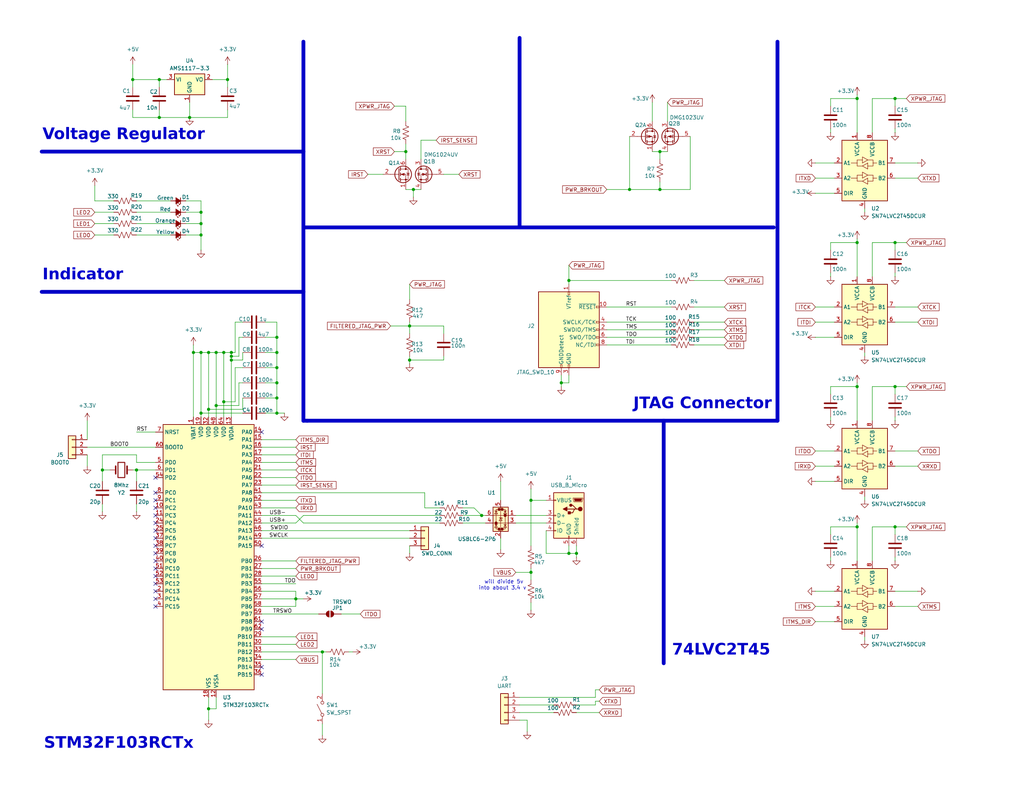
<source format=kicad_sch>
(kicad_sch (version 20231120) (generator "eeschema") (generator_version "8.0")
  (paper "User" 342.9 266.7)
  (title_block (title "Black Magic RC") (date "2025-01-19") (rev "1") (company "AHAH_TERROR") (comment 1 "finished schematic v1 at 2025-01-19"))
  (junction (at 77.47 118.11))
  (junction (at 187.96 128.27))
  (junction (at 287.02 129.54))
  (junction (at 77.47 120.65))
  (junction (at 74.93 118.11))
  (junction (at 45.72 157.48))
  (junction (at 92.71 128.27))
  (junction (at 99.06 200.66))
  (junction (at 220.98 50.8))
  (junction (at 67.31 118.11))
  (junction (at 92.71 133.35))
  (junction (at 137.16 109.22))
  (junction (at 190.5 93.98))
  (junction (at 53.34 39.37))
  (junction (at 63.5 39.37))
  (junction (at 69.85 137.16))
  (junction (at 34.29 157.48))
  (junction (at 138.43 63.5))
  (junction (at 287.02 33.02))
  (junction (at 177.8 191.77))
  (junction (at 92.71 118.11))
  (junction (at 72.39 118.11))
  (junction (at 287.02 81.28))
  (junction (at 287.02 176.53))
  (junction (at 92.71 113.03))
  (junction (at 190.5 185.42))
  (junction (at 210.82 63.5))
  (junction (at 74.93 134.62))
  (junction (at 299.72 129.54))
  (junction (at 64.77 118.11))
  (junction (at 92.71 138.43))
  (junction (at 67.31 71.12))
  (junction (at 67.31 138.43))
  (junction (at 72.39 135.89))
  (junction (at 69.85 237.49))
  (junction (at 137.16 120.65))
  (junction (at 53.34 26.67))
  (junction (at 77.47 119.38))
  (junction (at 299.72 176.53))
  (junction (at 135.89 50.8))
  (junction (at 299.72 81.28))
  (junction (at 193.04 185.42))
  (junction (at 67.31 78.74))
  (junction (at 44.45 26.67))
  (junction (at 161.29 172.72))
  (junction (at 220.98 63.5))
  (junction (at 92.71 123.19))
  (junction (at 67.31 74.93))
  (junction (at 76.2 26.67))
  (junction (at 299.72 33.02))
  (junction (at 177.8 167.64))
  (junction (at 107.95 218.44))
  (junction (at 69.85 118.11))
  (no_connect (at 52.07 167.64))
  (no_connect (at 52.07 185.42))
  (no_connect (at 52.07 190.5))
  (no_connect (at 87.63 208.28))
  (no_connect (at 52.07 187.96))
  (no_connect (at 87.63 223.52))
  (no_connect (at 52.07 180.34))
  (no_connect (at 87.63 144.78))
  (no_connect (at 87.63 226.06))
  (no_connect (at 52.07 182.88))
  (no_connect (at 52.07 198.12))
  (no_connect (at 52.07 160.02))
  (no_connect (at 52.07 195.58))
  (no_connect (at 52.07 200.66))
  (no_connect (at 52.07 203.2))
  (no_connect (at 52.07 165.1))
  (no_connect (at 87.63 210.82))
  (no_connect (at 52.07 170.18))
  (no_connect (at 87.63 182.88))
  (no_connect (at 52.07 172.72))
  (no_connect (at 52.07 175.26))
  (no_connect (at 52.07 177.8))
  (no_connect (at 52.07 193.04))
  (wire (pts (xy 99.06 160.02) (xy 87.63 160.02)))
  (wire (pts (xy 232.41 93.98) (xy 242.57 93.98)))
  (wire (pts (xy 190.5 93.98) (xy 190.5 95.25)))
  (wire (pts (xy 44.45 39.37) (xy 53.34 39.37)))
  (wire (pts (xy 67.31 138.43) (xy 67.31 139.7)))
  (wire (pts (xy 299.72 203.2) (xy 307.34 203.2)))
  (wire (pts (xy 29.21 156.21) (xy 29.21 152.4)))
  (wire (pts (xy 187.96 129.54) (xy 187.96 128.27)))
  (wire (pts (xy 99.06 220.98) (xy 87.63 220.98)))
  (wire (pts (xy 34.29 157.48) (xy 36.83 157.48)))
  (wire (pts (xy 101.6 175.26) (xy 99.06 172.72)))
  (wire (pts (xy 76.2 29.21) (xy 76.2 26.67)))
  (wire (pts (xy 177.8 191.77) (xy 172.72 191.77)))
  (wire (pts (xy 278.13 187.96) (xy 278.13 186.69)))
  (wire (pts (xy 99.06 162.56) (xy 87.63 162.56)))
  (wire (pts (xy 278.13 81.28) (xy 278.13 83.82)))
  (wire (pts (xy 292.1 33.02) (xy 292.1 44.45)))
  (wire (pts (xy 77.47 119.38) (xy 77.47 120.65)))
  (wire (pts (xy 99.06 213.36) (xy 87.63 213.36)))
  (wire (pts (xy 87.63 203.2) (xy 99.06 203.2)))
  (wire (pts (xy 138.43 63.5) (xy 140.97 63.5)))
  (wire (pts (xy 45.72 152.4) (xy 45.72 154.94)))
  (wire (pts (xy 44.45 157.48) (xy 45.72 157.48)))
  (wire (pts (xy 77.47 120.65) (xy 81.28 120.65)))
  (wire (pts (xy 88.9 123.19) (xy 92.71 123.19)))
  (wire (pts (xy 45.72 71.12) (xy 57.15 71.12)))
  (wire (pts (xy 273.05 151.13) (xy 279.4 151.13)))
  (wire (pts (xy 278.13 140.97) (xy 278.13 139.7)))
  (wire (pts (xy 278.13 129.54) (xy 278.13 132.08)))
  (wire (pts (xy 232.41 113.03) (xy 242.57 113.03)))
  (wire (pts (xy 92.71 128.27) (xy 92.71 133.35)))
  (wire (pts (xy 185.42 236.22) (xy 173.99 236.22)))
  (wire (pts (xy 99.06 193.04) (xy 87.63 193.04)))
  (wire (pts (xy 223.52 34.29) (xy 223.52 40.64)))
  (wire (pts (xy 76.2 26.67) (xy 76.2 21.59)))
  (wire (pts (xy 29.21 149.86) (xy 52.07 149.86)))
  (wire (pts (xy 289.56 69.85) (xy 289.56 71.12)))
  (wire (pts (xy 299.72 129.54) (xy 303.53 129.54)))
  (wire (pts (xy 287.02 31.75) (xy 287.02 33.02)))
  (wire (pts (xy 99.06 152.4) (xy 87.63 152.4)))
  (wire (pts (xy 45.72 154.94) (xy 52.07 154.94)))
  (wire (pts (xy 193.04 182.88) (xy 193.04 185.42)))
  (wire (pts (xy 88.9 138.43) (xy 92.71 138.43)))
  (wire (pts (xy 273.05 102.87) (xy 279.4 102.87)))
  (wire (pts (xy 31.75 71.12) (xy 38.1 71.12)))
  (wire (pts (xy 218.44 34.29) (xy 218.44 40.64)))
  (wire (pts (xy 232.41 110.49) (xy 242.57 110.49)))
  (wire (pts (xy 142.24 170.18) (xy 147.32 170.18)))
  (wire (pts (xy 154.94 172.72) (xy 161.29 172.72)))
  (wire (pts (xy 106.68 205.74) (xy 87.63 205.74)))
  (wire (pts (xy 78.74 118.11) (xy 78.74 107.95)))
  (wire (pts (xy 203.2 115.57) (xy 224.79 115.57)))
  (wire (pts (xy 199.39 236.22) (xy 193.04 236.22)))
  (wire (pts (xy 200.66 231.14) (xy 199.39 231.14)))
  (wire (pts (xy 193.04 238.76) (xy 200.66 238.76)))
  (wire (pts (xy 273.05 54.61) (xy 279.4 54.61)))
  (wire (pts (xy 80.01 113.03) (xy 81.28 113.03)))
  (wire (pts (xy 69.85 137.16) (xy 69.85 139.7)))
  (wire (pts (xy 273.05 208.28) (xy 279.4 208.28)))
  (wire (pts (xy 232.41 107.95) (xy 242.57 107.95)))
  (wire (pts (xy 87.63 200.66) (xy 99.06 200.66)))
  (wire (pts (xy 137.16 120.65) (xy 148.59 120.65)))
  (wire (pts (xy 34.29 161.29) (xy 34.29 157.48)))
  (wire (pts (xy 287.02 175.26) (xy 287.02 176.53)))
  (wire (pts (xy 62.23 67.31) (xy 67.31 67.31)))
  (wire (pts (xy 87.63 198.12) (xy 99.06 198.12)))
  (polyline (pts (xy 101.6 140.97) (xy 102.87 140.97)) (stroke (width 1.27)))
  (wire (pts (xy 67.31 67.31) (xy 67.31 71.12)))
  (polyline (pts (xy 13.97 97.79) (xy 101.6 97.79)) (stroke (width 1.27)))
  (wire (pts (xy 154.94 170.18) (xy 158.75 170.18)))
  (wire (pts (xy 138.43 66.04) (xy 138.43 63.5)))
  (wire (pts (xy 292.1 176.53) (xy 292.1 187.96)))
  (wire (pts (xy 77.47 119.38) (xy 80.01 119.38)))
  (wire (pts (xy 137.16 107.95) (xy 137.16 109.22)))
  (wire (pts (xy 287.02 129.54) (xy 287.02 140.97)))
  (wire (pts (xy 77.47 118.11) (xy 78.74 118.11)))
  (wire (pts (xy 88.9 113.03) (xy 92.71 113.03)))
  (wire (pts (xy 74.93 118.11) (xy 77.47 118.11)))
  (wire (pts (xy 87.63 175.26) (xy 99.06 175.26)))
  (wire (pts (xy 95.25 138.43) (xy 92.71 138.43)))
  (wire (pts (xy 242.57 115.57) (xy 232.41 115.57)))
  (wire (pts (xy 99.06 147.32) (xy 87.63 147.32)))
  (wire (pts (xy 69.85 237.49) (xy 72.39 237.49)))
  (wire (pts (xy 273.05 203.2) (xy 279.4 203.2)))
  (wire (pts (xy 64.77 115.57) (xy 64.77 118.11)))
  (wire (pts (xy 190.5 125.73) (xy 190.5 128.27)))
  (wire (pts (xy 287.02 80.01) (xy 287.02 81.28)))
  (wire (pts (xy 114.3 205.74) (xy 120.65 205.74)))
  (wire (pts (xy 99.06 190.5) (xy 87.63 190.5)))
  (wire (pts (xy 132.08 35.56) (xy 135.89 35.56)))
  (wire (pts (xy 190.5 93.98) (xy 224.79 93.98)))
  (wire (pts (xy 176.53 245.11) (xy 176.53 241.3)))
  (wire (pts (xy 273.05 59.69) (xy 279.4 59.69)))
  (wire (pts (xy 299.72 33.02) (xy 303.53 33.02)))
  (wire (pts (xy 99.06 149.86) (xy 87.63 149.86)))
  (wire (pts (xy 278.13 176.53) (xy 287.02 176.53)))
  (wire (pts (xy 29.21 140.97) (xy 29.21 147.32)))
  (wire (pts (xy 34.29 152.4) (xy 45.72 152.4)))
  (wire (pts (xy 63.5 34.29) (xy 63.5 39.37)))
  (wire (pts (xy 187.96 128.27) (xy 190.5 128.27)))
  (wire (pts (xy 87.63 195.58) (xy 99.06 195.58)))
  (wire (pts (xy 88.9 128.27) (xy 92.71 128.27)))
  (wire (pts (xy 92.71 107.95) (xy 92.71 113.03)))
  (wire (pts (xy 64.77 118.11) (xy 67.31 118.11)))
  (wire (pts (xy 167.64 161.29) (xy 167.64 167.64)))
  (wire (pts (xy 299.72 81.28) (xy 299.72 83.82)))
  (wire (pts (xy 299.72 176.53) (xy 303.53 176.53)))
  (wire (pts (xy 87.63 172.72) (xy 99.06 172.72)))
  (wire (pts (xy 45.72 144.78) (xy 52.07 144.78)))
  (wire (pts (xy 99.06 157.48) (xy 87.63 157.48)))
  (wire (pts (xy 292.1 129.54) (xy 299.72 129.54)))
  (wire (pts (xy 88.9 118.11) (xy 92.71 118.11)))
  (wire (pts (xy 31.75 67.31) (xy 38.1 67.31)))
  (wire (pts (xy 299.72 54.61) (xy 307.34 54.61)))
  (wire (pts (xy 292.1 176.53) (xy 299.72 176.53)))
  (wire (pts (xy 299.72 186.69) (xy 299.72 187.96)))
  (wire (pts (xy 78.74 123.19) (xy 81.28 123.19)))
  (wire (pts (xy 289.56 213.36) (xy 289.56 214.63)))
  (wire (pts (xy 299.72 107.95) (xy 307.34 107.95)))
  (wire (pts (xy 72.39 118.11) (xy 74.93 118.11)))
  (wire (pts (xy 45.72 161.29) (xy 45.72 157.48)))
  (wire (pts (xy 99.06 215.9) (xy 87.63 215.9)))
  (wire (pts (xy 87.63 177.8) (xy 137.16 177.8)))
  (wire (pts (xy 158.75 170.18) (xy 161.29 172.72)))
  (wire (pts (xy 45.72 171.45) (xy 45.72 168.91)))
  (wire (pts (xy 92.71 123.19) (xy 92.71 128.27)))
  (wire (pts (xy 273.05 107.95) (xy 279.4 107.95)))
  (wire (pts (xy 53.34 39.37) (xy 63.5 39.37)))
  (wire (pts (xy 92.71 113.03) (xy 92.71 118.11)))
  (wire (pts (xy 182.88 167.64) (xy 177.8 167.64)))
  (wire (pts (xy 177.8 163.83) (xy 177.8 167.64)))
  (wire (pts (xy 31.75 78.74) (xy 38.1 78.74)))
  (wire (pts (xy 62.23 71.12) (xy 67.31 71.12)))
  (wire (pts (xy 220.98 50.8) (xy 223.52 50.8)))
  (wire (pts (xy 299.72 59.69) (xy 307.34 59.69)))
  (wire (pts (xy 80.01 135.89) (xy 80.01 128.27)))
  (wire (pts (xy 273.05 198.12) (xy 279.4 198.12)))
  (wire (pts (xy 44.45 36.83) (xy 44.45 39.37)))
  (wire (pts (xy 101.6 200.66) (xy 99.06 200.66)))
  (wire (pts (xy 199.39 234.95) (xy 200.66 234.95)))
  (wire (pts (xy 31.75 62.23) (xy 31.75 67.31)))
  (wire (pts (xy 135.89 50.8) (xy 135.89 53.34)))
  (wire (pts (xy 74.93 134.62) (xy 78.74 134.62)))
  (wire (pts (xy 220.98 60.96) (xy 220.98 63.5)))
  (wire (pts (xy 123.19 58.42) (xy 128.27 58.42)))
  (wire (pts (xy 147.32 175.26) (xy 101.6 175.26)))
  (wire (pts (xy 62.23 74.93) (xy 67.31 74.93)))
  (wire (pts (xy 99.06 167.64) (xy 87.63 167.64)))
  (wire (pts (xy 231.14 45.72) (xy 231.14 63.5)))
  (wire (pts (xy 220.98 53.34) (xy 220.98 50.8)))
  (wire (pts (xy 87.63 218.44) (xy 107.95 218.44)))
  (wire (pts (xy 242.57 102.87) (xy 232.41 102.87)))
  (wire (pts (xy 53.34 26.67) (xy 53.34 29.21)))
  (wire (pts (xy 142.24 165.1) (xy 142.24 170.18)))
  (polyline (pts (xy 13.97 50.8) (xy 101.6 50.8)) (stroke (width 1.27)))
  (wire (pts (xy 44.45 26.67) (xy 53.34 26.67)))
  (wire (pts (xy 287.02 81.28) (xy 287.02 92.71)))
  (wire (pts (xy 289.56 166.37) (xy 289.56 167.64)))
  (wire (pts (xy 193.04 185.42) (xy 190.5 185.42)))
  (wire (pts (xy 299.72 43.18) (xy 299.72 44.45)))
  (wire (pts (xy 88.9 133.35) (xy 92.71 133.35)))
  (wire (pts (xy 72.39 135.89) (xy 80.01 135.89)))
  (wire (pts (xy 278.13 129.54) (xy 287.02 129.54)))
  (wire (pts (xy 292.1 81.28) (xy 292.1 92.71)))
  (wire (pts (xy 220.98 63.5) (xy 231.14 63.5)))
  (polyline (pts (xy 260.35 13.97) (xy 260.35 140.97)) (stroke (width 1.27)))
  (wire (pts (xy 278.13 33.02) (xy 278.13 35.56)))
  (wire (pts (xy 67.31 74.93) (xy 67.31 78.74)))
  (wire (pts (xy 77.47 120.65) (xy 77.47 139.7)))
  (wire (pts (xy 199.39 233.68) (xy 173.99 233.68)))
  (wire (pts (xy 74.93 118.11) (xy 74.93 134.62)))
  (wire (pts (xy 299.72 129.54) (xy 299.72 132.08)))
  (wire (pts (xy 299.72 102.87) (xy 307.34 102.87)))
  (wire (pts (xy 132.08 50.8) (xy 135.89 50.8)))
  (wire (pts (xy 210.82 63.5) (xy 220.98 63.5)))
  (wire (pts (xy 71.12 26.67) (xy 76.2 26.67)))
  (wire (pts (xy 299.72 156.21) (xy 307.34 156.21)))
  (wire (pts (xy 78.74 134.62) (xy 78.74 123.19)))
  (wire (pts (xy 87.63 170.18) (xy 99.06 170.18)))
  (polyline (pts (xy 102.87 140.97) (xy 222.25 140.97)) (stroke (width 1.27)))
  (polyline (pts (xy 222.25 140.97) (xy 260.35 140.97)) (stroke (width 1.27)))
  (polyline (pts (xy 222.25 140.97) (xy 222.25 222.25)) (stroke (width 1.27)))
  (wire (pts (xy 67.31 71.12) (xy 67.31 74.93)))
  (wire (pts (xy 45.72 74.93) (xy 57.15 74.93)))
  (wire (pts (xy 45.72 67.31) (xy 57.15 67.31)))
  (wire (pts (xy 299.72 81.28) (xy 303.53 81.28)))
  (wire (pts (xy 182.88 177.8) (xy 182.88 185.42)))
  (wire (pts (xy 67.31 118.11) (xy 67.31 138.43)))
  (wire (pts (xy 148.59 109.22) (xy 148.59 111.76)))
  (wire (pts (xy 69.85 237.49) (xy 69.85 241.3)))
  (wire (pts (xy 135.89 63.5) (xy 138.43 63.5)))
  (wire (pts (xy 107.95 242.57) (xy 107.95 246.38)))
  (wire (pts (xy 137.16 109.22) (xy 148.59 109.22)))
  (wire (pts (xy 203.2 113.03) (xy 224.79 113.03)))
  (wire (pts (xy 203.2 107.95) (xy 224.79 107.95)))
  (wire (pts (xy 278.13 81.28) (xy 287.02 81.28)))
  (wire (pts (xy 92.71 133.35) (xy 92.71 138.43)))
  (wire (pts (xy 101.6 172.72) (xy 147.32 172.72)))
  (wire (pts (xy 62.23 78.74) (xy 67.31 78.74)))
  (wire (pts (xy 72.39 135.89) (xy 72.39 139.7)))
  (wire (pts (xy 278.13 44.45) (xy 278.13 43.18)))
  (wire (pts (xy 137.16 120.65) (xy 137.16 121.92)))
  (wire (pts (xy 67.31 118.11) (xy 69.85 118.11)))
  (wire (pts (xy 273.05 64.77) (xy 279.4 64.77)))
  (wire (pts (xy 299.72 91.44) (xy 299.72 92.71)))
  (wire (pts (xy 74.93 134.62) (xy 74.93 139.7)))
  (wire (pts (xy 278.13 33.02) (xy 287.02 33.02)))
  (wire (pts (xy 53.34 36.83) (xy 53.34 39.37)))
  (wire (pts (xy 203.2 110.49) (xy 224.79 110.49)))
  (wire (pts (xy 273.05 161.29) (xy 279.4 161.29)))
  (wire (pts (xy 34.29 171.45) (xy 34.29 168.91)))
  (wire (pts (xy 199.39 231.14) (xy 199.39 233.68)))
  (wire (pts (xy 67.31 138.43) (xy 81.28 138.43)))
  (wire (pts (xy 69.85 118.11) (xy 69.85 137.16)))
  (wire (pts (xy 161.29 172.72) (xy 162.56 172.72)))
  (wire (pts (xy 287.02 33.02) (xy 287.02 44.45)))
  (wire (pts (xy 69.85 233.68) (xy 69.85 237.49)))
  (wire (pts (xy 177.8 191.77) (xy 177.8 194.31)))
  (wire (pts (xy 278.13 92.71) (xy 278.13 91.44)))
  (wire (pts (xy 292.1 33.02) (xy 299.72 33.02)))
  (wire (pts (xy 187.96 128.27) (xy 187.96 125.73)))
  (wire (pts (xy 177.8 190.5) (xy 177.8 191.77)))
  (wire (pts (xy 107.95 218.44) (xy 107.95 232.41)))
  (wire (pts (xy 140.97 46.99) (xy 146.05 46.99)))
  (wire (pts (xy 116.84 218.44) (xy 118.11 218.44)))
  (wire (pts (xy 137.16 95.25) (xy 137.16 100.33)))
  (wire (pts (xy 140.97 46.99) (xy 140.97 53.34)))
  (wire (pts (xy 299.72 33.02) (xy 299.72 35.56)))
  (wire (pts (xy 81.28 137.16) (xy 81.28 133.35)))
  (wire (pts (xy 76.2 39.37) (xy 76.2 36.83)))
  (wire (pts (xy 34.29 152.4) (xy 34.29 157.48)))
  (wire (pts (xy 210.82 45.72) (xy 210.82 63.5)))
  (wire (pts (xy 137.16 185.42) (xy 137.16 182.88)))
  (wire (pts (xy 167.64 184.15) (xy 167.64 180.34)))
  (wire (pts (xy 80.01 128.27) (xy 81.28 128.27)))
  (wire (pts (xy 218.44 50.8) (xy 220.98 50.8)))
  (wire (pts (xy 193.04 185.42) (xy 193.04 186.69)))
  (wire (pts (xy 99.06 200.66) (xy 99.06 203.2)))
  (wire (pts (xy 299.72 176.53) (xy 299.72 179.07)))
  (wire (pts (xy 101.6 172.72) (xy 99.06 175.26)))
  (wire (pts (xy 99.06 154.94) (xy 87.63 154.94)))
  (wire (pts (xy 109.22 218.44) (xy 107.95 218.44)))
  (polyline (pts (xy 101.6 76.2) (xy 259.08 76.2)) (stroke (width 1.27)))
  (wire (pts (xy 78.74 107.95) (xy 81.28 107.95)))
  (wire (pts (xy 299.72 151.13) (xy 307.34 151.13)))
  (wire (pts (xy 45.72 157.48) (xy 52.07 157.48)))
  (wire (pts (xy 203.2 63.5) (xy 210.82 63.5)))
  (wire (pts (xy 287.02 176.53) (xy 287.02 187.96)))
  (wire (pts (xy 45.72 78.74) (xy 57.15 78.74)))
  (wire (pts (xy 190.5 182.88) (xy 190.5 185.42)))
  (wire (pts (xy 273.05 156.21) (xy 279.4 156.21)))
  (wire (pts (xy 287.02 128.27) (xy 287.02 129.54)))
  (wire (pts (xy 299.72 139.7) (xy 299.72 140.97)))
  (wire (pts (xy 182.88 175.26) (xy 172.72 175.26)))
  (wire (pts (xy 88.9 107.95) (xy 92.71 107.95)))
  (wire (pts (xy 299.72 198.12) (xy 307.34 198.12)))
  (wire (pts (xy 87.63 165.1) (xy 142.24 165.1)))
  (wire (pts (xy 292.1 81.28) (xy 299.72 81.28)))
  (wire (pts (xy 64.77 118.11) (xy 64.77 139.7)))
  (wire (pts (xy 92.71 118.11) (xy 92.71 123.19)))
  (wire (pts (xy 130.81 109.22) (xy 137.16 109.22)))
  (wire (pts (xy 80.01 119.38) (xy 80.01 113.03)))
  (wire (pts (xy 31.75 74.93) (xy 38.1 74.93)))
  (wire (pts (xy 273.05 113.03) (xy 279.4 113.03)))
  (wire (pts (xy 99.06 187.96) (xy 87.63 187.96)))
  (wire (pts (xy 137.16 119.38) (xy 137.16 120.65)))
  (wire (pts (xy 190.5 88.9) (xy 190.5 93.98)))
  (wire (pts (xy 44.45 21.59) (xy 44.45 26.67)))
  (wire (pts (xy 177.8 201.93) (xy 177.8 204.47)))
  (wire (pts (xy 177.8 167.64) (xy 177.8 182.88)))
  (wire (pts (xy 135.89 48.26) (xy 135.89 50.8)))
  (wire (pts (xy 44.45 29.21) (xy 44.45 26.67)))
  (wire (pts (xy 148.59 119.38) (xy 148.59 120.65)))
  (wire (pts (xy 278.13 176.53) (xy 278.13 179.07)))
  (wire (pts (xy 135.89 35.56) (xy 135.89 40.64)))
  (wire (pts (xy 72.39 233.68) (xy 72.39 237.49)))
  (wire (pts (xy 199.39 234.95) (xy 199.39 236.22)))
  (wire (pts (xy 292.1 129.54) (xy 292.1 140.97)))
  (wire (pts (xy 190.5 185.42) (xy 182.88 185.42)))
  (wire (pts (xy 63.5 39.37) (xy 76.2 39.37)))
  (wire (pts (xy 99.06 198.12) (xy 99.06 200.66)))
  (wire (pts (xy 154.94 175.26) (xy 162.56 175.26)))
  (wire (pts (xy 72.39 118.11) (xy 72.39 135.89)))
  (wire (pts (xy 289.56 118.11) (xy 289.56 119.38)))
  (wire (pts (xy 203.2 102.87) (xy 224.79 102.87)))
  (wire (pts (xy 77.47 118.11) (xy 77.47 119.38)))
  (wire (pts (xy 148.59 58.42) (xy 153.67 58.42)))
  (polyline (pts (xy 101.6 13.97) (xy 101.6 140.97)) (stroke (width 1.27)))
  (wire (pts (xy 67.31 78.74) (xy 67.31 83.82)))
  (wire (pts (xy 182.88 172.72) (xy 172.72 172.72)))
  (wire (pts (xy 81.28 120.65) (xy 81.28 118.11)))
  (wire (pts (xy 176.53 241.3) (xy 173.99 241.3)))
  (wire (pts (xy 69.85 118.11) (xy 72.39 118.11)))
  (wire (pts (xy 185.42 238.76) (xy 173.99 238.76)))
  (wire (pts (xy 69.85 137.16) (xy 81.28 137.16)))
  (wire (pts (xy 87.63 180.34) (xy 137.16 180.34)))
  (polyline (pts (xy 173.99 12.7) (xy 173.99 76.2)) (stroke (width 1.27)))
  (wire (pts (xy 137.16 109.22) (xy 137.16 111.76)))
  (wire (pts (xy 53.34 26.67) (xy 55.88 26.67)))
  (text "74LVC2T45" (at 225.044 218.948 0) (effects (font (size 3.81 3.81) (thickness 0.254) (bold yes)) (justify left)))
  (text "JTAG Connector" (at 212.09 136.398 0) (effects (font (size 3.81 3.81) (thickness 0.254) (bold yes)) (justify left)))
  (text "Voltage Regulator" (at 14.224 46.228 0) (effects (font (size 3.81 3.81) (thickness 0.254) (bold yes)) (justify left)))
  (text "Indicator" (at 14.224 93.218 0) (effects (font (size 3.81 3.81) (thickness 0.254) (bold yes)) (justify left)))
  (text "STM32F103RCTx" (at 14.732 250.19 0) (effects (font (size 3.81 3.81) (thickness 0.254) (bold yes)) (justify left)))
  (text "will divide 5v \ninto about 3.4 v" (at 176.276 196.088 0) (effects (font (size 1.27 1.27)) (justify right)))
  (label "RST" (at 45.72 144.78 0))
  (label "USB-" (at 90.17 172.72 0))
  (label "RST" (at 209.55 102.87 0))
  (label "USB+" (at 90.17 175.26 0))
  (label "TDO" (at 99.06 195.58 180))
  (label "SWCLK" (at 96.52 180.34 180))
  (label "TRSWO" (at 97.79 205.74 180))
  (label "TMS" (at 209.55 110.49 0))
  (label "TDO" (at 209.55 113.03 0))
  (label "SWDIO" (at 96.52 177.8 180))
  (label "TCK" (at 209.55 107.95 0))
  (label "TDI" (at 209.55 115.57 0))
  (label "BOOT0" (at 36.83 149.86 0))
  (global_label "IRST_SENSE" (shape input) (at 146.05 46.99 0) (property "Intersheetrefs" "${INTERSHEET_REFS}" (effects (hide yes))))
  (global_label "XRST" (shape input) (at 153.67 58.42 0) (property "Intersheetrefs" "${INTERSHEET_REFS}" (effects (hide yes))))
  (global_label "ITMS" (shape input) (at 273.05 203.2 180) (property "Intersheetrefs" "${INTERSHEET_REFS}" (effects (hide yes))))
  (global_label "XPWR_JTAG" (shape input) (at 303.53 33.02 0) (property "Intersheetrefs" "${INTERSHEET_REFS}" (effects (hide yes))))
  (global_label "ITDI" (shape input) (at 273.05 107.95 180) (property "Intersheetrefs" "${INTERSHEET_REFS}" (effects (hide yes))))
  (global_label "PWR_JTAG" (shape input) (at 190.5 88.9 0) (property "Intersheetrefs" "${INTERSHEET_REFS}" (effects (hide yes))))
  (global_label "LED2" (shape input) (at 99.06 215.9 0) (property "Intersheetrefs" "${INTERSHEET_REFS}" (effects (hide yes))))
  (global_label "XTCK" (shape input) (at 307.34 102.87 0) (property "Intersheetrefs" "${INTERSHEET_REFS}" (effects (hide yes))))
  (global_label "IRST" (shape input) (at 99.06 149.86 0) (property "Intersheetrefs" "${INTERSHEET_REFS}" (effects (hide yes))))
  (global_label "ITDO" (shape input) (at 120.65 205.74 0) (property "Intersheetrefs" "${INTERSHEET_REFS}" (effects (hide yes))))
  (global_label "IRST" (shape input) (at 123.19 58.42 180) (property "Intersheetrefs" "${INTERSHEET_REFS}" (effects (hide yes))))
  (global_label "ITCK" (shape input) (at 99.06 157.48 0) (property "Intersheetrefs" "${INTERSHEET_REFS}" (effects (hide yes))))
  (global_label "LED0" (shape input) (at 99.06 193.04 0) (property "Intersheetrefs" "${INTERSHEET_REFS}" (effects (hide yes))))
  (global_label "ITDI" (shape input) (at 99.06 152.4 0) (property "Intersheetrefs" "${INTERSHEET_REFS}" (effects (hide yes))))
  (global_label "XRXD" (shape input) (at 200.66 238.76 0) (property "Intersheetrefs" "${INTERSHEET_REFS}" (effects (hide yes))))
  (global_label "ITXD" (shape input) (at 273.05 59.69 180) (property "Intersheetrefs" "${INTERSHEET_REFS}" (effects (hide yes))))
  (global_label "VBUS" (shape input) (at 99.06 220.98 0) (property "Intersheetrefs" "${INTERSHEET_REFS}" (effects (hide yes))))
  (global_label "XPWR_JTAG" (shape input) (at 303.53 129.54 0) (property "Intersheetrefs" "${INTERSHEET_REFS}" (effects (hide yes))))
  (global_label "XPWR_JTAG" (shape input) (at 242.57 93.98 0) (property "Intersheetrefs" "${INTERSHEET_REFS}" (effects (hide yes))))
  (global_label "XTDI" (shape input) (at 307.34 107.95 0) (property "Intersheetrefs" "${INTERSHEET_REFS}" (effects (hide yes))))
  (global_label "ITDO" (shape input) (at 273.05 151.13 180) (property "Intersheetrefs" "${INTERSHEET_REFS}" (effects (hide yes))))
  (global_label "PWR_BRKOUT" (shape input) (at 99.06 190.5 0) (property "Intersheetrefs" "${INTERSHEET_REFS}" (effects (hide yes))))
  (global_label "ITMS_DIR" (shape input) (at 273.05 208.28 180) (property "Intersheetrefs" "${INTERSHEET_REFS}" (effects (hide yes))))
  (global_label "XTDO" (shape input) (at 307.34 151.13 0) (property "Intersheetrefs" "${INTERSHEET_REFS}" (effects (hide yes))))
  (global_label "FILTERED_JTAG_PWR" (shape input) (at 99.06 187.96 0) (property "Intersheetrefs" "${INTERSHEET_REFS}" (effects (hide yes))))
  (global_label "LED1" (shape input) (at 31.75 74.93 180) (property "Intersheetrefs" "${INTERSHEET_REFS}" (effects (hide yes))))
  (global_label "PWR_BRKOUT" (shape input) (at 203.2 63.5 180) (property "Intersheetrefs" "${INTERSHEET_REFS}" (effects (hide yes))))
  (global_label "PWR_JTAG" (shape input) (at 137.16 95.25 0) (property "Intersheetrefs" "${INTERSHEET_REFS}" (effects (hide yes))))
  (global_label "XRST" (shape input) (at 242.57 102.87 0) (property "Intersheetrefs" "${INTERSHEET_REFS}" (effects (hide yes))))
  (global_label "ITDO" (shape input) (at 99.06 160.02 0) (property "Intersheetrefs" "${INTERSHEET_REFS}" (effects (hide yes))))
  (global_label "IRST_SENSE" (shape input) (at 99.06 162.56 0) (property "Intersheetrefs" "${INTERSHEET_REFS}" (effects (hide yes))))
  (global_label "LED1" (shape input) (at 99.06 213.36 0) (property "Intersheetrefs" "${INTERSHEET_REFS}" (effects (hide yes))))
  (global_label "ITXD" (shape input) (at 99.06 167.64 0) (property "Intersheetrefs" "${INTERSHEET_REFS}" (effects (hide yes))))
  (global_label "XPWR_JTAG" (shape input) (at 132.08 35.56 180) (property "Intersheetrefs" "${INTERSHEET_REFS}" (effects (hide yes))))
  (global_label "IRXD" (shape input) (at 273.05 156.21 180) (property "Intersheetrefs" "${INTERSHEET_REFS}" (effects (hide yes))))
  (global_label "XPWR_JTAG" (shape input) (at 303.53 81.28 0) (property "Intersheetrefs" "${INTERSHEET_REFS}" (effects (hide yes))))
  (global_label "XTXD" (shape input) (at 307.34 59.69 0) (property "Intersheetrefs" "${INTERSHEET_REFS}" (effects (hide yes))))
  (global_label "XRXD" (shape input) (at 307.34 156.21 0) (property "Intersheetrefs" "${INTERSHEET_REFS}" (effects (hide yes))))
  (global_label "LED2" (shape input) (at 31.75 71.12 180) (property "Intersheetrefs" "${INTERSHEET_REFS}" (effects (hide yes))))
  (global_label "XTXD" (shape input) (at 200.66 234.95 0) (property "Intersheetrefs" "${INTERSHEET_REFS}" (effects (hide yes))))
  (global_label "XPWR_JTAG" (shape input) (at 303.53 176.53 0) (property "Intersheetrefs" "${INTERSHEET_REFS}" (effects (hide yes))))
  (global_label "IRXD" (shape input) (at 99.06 170.18 0) (property "Intersheetrefs" "${INTERSHEET_REFS}" (effects (hide yes))))
  (global_label "FILTERED_JTAG_PWR" (shape input) (at 130.81 109.22 180) (property "Intersheetrefs" "${INTERSHEET_REFS}" (effects (hide yes))))
  (global_label "ITMS" (shape input) (at 99.06 154.94 0) (property "Intersheetrefs" "${INTERSHEET_REFS}" (effects (hide yes))))
  (global_label "XTMS" (shape input) (at 242.57 110.49 0) (property "Intersheetrefs" "${INTERSHEET_REFS}" (effects (hide yes))))
  (global_label "XTMS" (shape input) (at 307.34 203.2 0) (property "Intersheetrefs" "${INTERSHEET_REFS}" (effects (hide yes))))
  (global_label "XRST" (shape input) (at 132.08 50.8 180) (property "Intersheetrefs" "${INTERSHEET_REFS}" (effects (hide yes))))
  (global_label "XTDO" (shape input) (at 242.57 113.03 0) (property "Intersheetrefs" "${INTERSHEET_REFS}" (effects (hide yes))))
  (global_label "PWR_JTAG" (shape input) (at 200.66 231.14 0) (property "Intersheetrefs" "${INTERSHEET_REFS}" (effects (hide yes))))
  (global_label "ITMS_DIR" (shape input) (at 99.06 147.32 0) (property "Intersheetrefs" "${INTERSHEET_REFS}" (effects (hide yes))))
  (global_label "XTDI" (shape input) (at 242.57 115.57 0) (property "Intersheetrefs" "${INTERSHEET_REFS}" (effects (hide yes))))
  (global_label "VBUS" (shape input) (at 172.72 191.77 180) (property "Intersheetrefs" "${INTERSHEET_REFS}" (effects (hide yes))))
  (global_label "XTCK" (shape input) (at 242.57 107.95 0) (property "Intersheetrefs" "${INTERSHEET_REFS}" (effects (hide yes))))
  (global_label "LED0" (shape input) (at 31.75 78.74 180) (property "Intersheetrefs" "${INTERSHEET_REFS}" (effects (hide yes))))
  (global_label "PWR_JTAG" (shape input) (at 223.52 34.29 0) (property "Intersheetrefs" "${INTERSHEET_REFS}" (effects (hide yes))))
  (global_label "ITCK" (shape input) (at 273.05 102.87 180) (property "Intersheetrefs" "${INTERSHEET_REFS}" (effects (hide yes))))
  (symbol (lib_id "Device:C") (at 85.09 138.43 90) (mirror x) (unit 1)
    (property "Reference" "C4" (at 83.82 137.414 90) (effects (justify left)))
    (property "Value" "100n" (at 91.44 137.414 90) (effects (justify left)))
    (property "Footprint" "Capacitor_SMD:C_0603_1608Metric_Pad1.08x0.95mm_HandSolder" (effects (hide yes)))
    (property "Description" "Unpolarized capacitor" (effects (hide yes)))
  )
  (symbol (lib_id "Device:Crystal") (at 40.64 157.48 0) (mirror x) (unit 1)
    (property "Reference" "Y2" (at 40.64 165.1 0))
    (property "Value" "8Mhz" (at 40.64 162.56 0))
    (property "Footprint" "Crystal:Crystal_HC18-U_Vertical" (effects (hide yes)))
    (property "Description" "Two pin crystal" (effects (hide yes)))
  )
  (symbol (lib_id "Logic_LevelTranslator:SN74LVC2T45DCUR") (at 289.56 153.67 0) (unit 1)
    (property "Reference" "U6" (at 291.7541 166.37 0) (effects (justify left)))
    (property "Value" "SN74LVC2T45DCUR" (at 291.7541 168.91 0) (effects (justify left)))
    (property "Footprint" "Package_SO:VSSOP-8_2.4x2.1mm_P0.5mm" (effects (hide yes)))
    (property "Datasheet" "http://www.ti.com/lit/ds/symlink/sn74lvc2t45.pdf" (effects (hide yes)))
    (property "Description" "Dual-Bit Dual-Supply Bus Transceiver With Configurable Voltage Translation and 3-State Outputs, VSSOP-8" (effects (hide yes)))
  )
  (symbol (lib_id "power:GND") (at 138.43 66.04 0) (unit 1)
    (property "Reference" "#PWR033" (effects (hide yes)))
    (property "Value" "GND" (effects (hide yes)))
    (property "Description" "Power symbol creates a global label with name \"GND\" , ground" (effects (hide yes)))
  )
  (symbol (lib_id "power:GND") (at 289.56 119.38 0) (unit 1)
    (property "Reference" "#PWR023" (effects (hide yes)))
    (property "Value" "GND" (effects (hide yes)))
    (property "Description" "Power symbol creates a global label with name \"GND\" , ground" (effects (hide yes)))
  )
  (symbol (lib_id "Device:R_US") (at 189.23 236.22 270) (mirror x) (unit 1)
    (property "Reference" "R1" (at 193.04 234.442 90))
    (property "Value" "100" (at 185.166 234.696 90))
    (property "Footprint" "Resistor_SMD:R_0805_2012Metric_Pad1.20x1.40mm_HandSolder" (effects (hide yes)))
    (property "Description" "Resistor, US symbol" (effects (hide yes)))
  )
  (symbol (lib_id "Connector_Generic:Conn_01x03") (at 24.13 149.86 0) (mirror y) (unit 1)
    (property "Reference" "J5" (at 20.066 152.4 0))
    (property "Value" "BOOT0" (at 20.066 154.94 0))
    (property "Footprint" "Connector_PinHeader_2.54mm:PinHeader_1x03_P2.54mm_Vertical" (effects (hide yes)))
    (property "Description" "Generic connector, single row, 01x03, script generated (kicad-library-utils/schlib/autogen/connector/)" (effects (hide yes)))
  )
  (symbol (lib_id "power:GND") (at 95.25 138.43 0) (unit 1)
    (property "Reference" "#PWR013" (effects (hide yes)))
    (property "Value" "GND" (effects (hide yes)))
    (property "Description" "Power symbol creates a global label with name \"GND\" , ground" (effects (hide yes)))
  )
  (symbol (lib_id "power:+3.3V") (at 29.21 140.97 0) (unit 1)
    (property "Reference" "#PWR042" (effects (hide yes)))
    (property "Value" "+3.3V" (at 29.21 135.89 0))
    (property "Description" "Power symbol creates a global label with name \"+3.3V\"" (effects (hide yes)))
  )
  (symbol (lib_id "Device:Q_Dual_PMOS_S1G1D2S2G2D1") (at 215.9 45.72 0) (unit 1)
    (property "Reference" "Q2" (at 212.598 41.91 0) (effects (justify left)))
    (property "Value" "DMG1023UV" (effects (hide yes)))
    (property "Footprint" "Package_TO_SOT_SMD:SOT-363_SC-70-6_Handsoldering" (effects (hide yes)))
    (property "Description" "Dual PMOS transistor, 6 pin package" (effects (hide yes)))
  )
  (symbol (lib_id "power:GND") (at 193.04 186.69 0) (mirror y) (unit 1)
    (property "Reference" "#PWR06" (effects (hide yes)))
    (property "Value" "GND" (effects (hide yes)))
    (property "Description" "Power symbol creates a global label with name \"GND\" , ground" (effects (hide yes)))
  )
  (symbol (lib_id "Device:LED_Small_Filled") (at 59.69 74.93 180) (unit 1)
    (property "Reference" "D3" (at 62.23 73.66 0))
    (property "Value" "Orange" (at 55.372 73.914 0))
    (property "Footprint" "LED_SMD:LED_0805_2012Metric_Pad1.15x1.40mm_HandSolder" (effects (hide yes)))
    (property "Description" "Light emitting diode, small symbol, filled shape" (effects (hide yes)))
  )
  (symbol (lib_id "power:+3.3V") (at 218.44 34.29 0) (unit 1)
    (property "Reference" "#PWR031" (effects (hide yes)))
    (property "Value" "+3.3V" (at 214.376 33.02 0))
    (property "Description" "Power symbol creates a global label with name \"+3.3V\"" (effects (hide yes)))
  )
  (symbol (lib_id "Logic_LevelTranslator:SN74LVC2T45DCUR") (at 289.56 200.66 0) (unit 1)
    (property "Reference" "U7" (at 291.7541 213.36 0) (effects (justify left)))
    (property "Value" "SN74LVC2T45DCUR" (at 291.7541 215.9 0) (effects (justify left)))
    (property "Footprint" "Package_SO:VSSOP-8_2.4x2.1mm_P0.5mm" (effects (hide yes)))
    (property "Datasheet" "http://www.ti.com/lit/ds/symlink/sn74lvc2t45.pdf" (effects (hide yes)))
    (property "Description" "Dual-Bit Dual-Supply Bus Transceiver With Configurable Voltage Translation and 3-State Outputs, VSSOP-8" (effects (hide yes)))
  )
  (symbol (lib_id "Switch:SW_SPST") (at 107.95 237.49 90) (unit 1)
    (property "Reference" "SW1" (at 109.22 236.2199 90) (effects (justify right)))
    (property "Value" "SW_SPST" (at 109.22 238.7599 90) (effects (justify right)))
    (property "Footprint" "Button_Switch_SMD:SW_Push_1P1T_NO_6x6mm_H9.5mm" (effects (hide yes)))
    (property "Description" "Single Pole Single Throw (SPST) switch" (effects (hide yes)))
  )
  (symbol (lib_id "power:GND") (at 137.16 121.92 0) (mirror y) (unit 1)
    (property "Reference" "#PWR045" (effects (hide yes)))
    (property "Value" "GND" (effects (hide yes)))
    (property "Description" "Power symbol creates a global label with name \"GND\" , ground" (effects (hide yes)))
  )
  (symbol (lib_id "Device:C") (at 299.72 135.89 0) (unit 1)
    (property "Reference" "C17" (at 300.228 133.35 0) (effects (justify left)))
    (property "Value" "100n" (at 300.228 138.43 0) (effects (justify left)))
    (property "Footprint" "Capacitor_SMD:C_0603_1608Metric_Pad1.08x0.95mm_HandSolder" (effects (hide yes)))
    (property "Description" "Unpolarized capacitor" (effects (hide yes)))
  )
  (symbol (lib_id "Device:R_US") (at 137.16 115.57 0) (mirror x) (unit 1)
    (property "Reference" "R13" (at 139.7 115.316 0))
    (property "Value" "10k" (at 139.954 117.348 0))
    (property "Footprint" "Resistor_SMD:R_0805_2012Metric_Pad1.20x1.40mm_HandSolder" (effects (hide yes)))
    (property "Description" "Resistor, US symbol" (effects (hide yes)))
  )
  (symbol (lib_id "power:+3.3V") (at 118.11 218.44 270) (unit 1)
    (property "Reference" "#PWR046" (effects (hide yes)))
    (property "Value" "+3.3V" (at 120.142 216.662 90) (effects (justify left)))
    (property "Description" "Power symbol creates a global label with name \"+3.3V\"" (effects (hide yes)))
  )
  (symbol (lib_id "power:GND") (at 69.85 241.3 0) (unit 1)
    (property "Reference" "#PWR011" (effects (hide yes)))
    (property "Value" "GND" (effects (hide yes)))
    (property "Description" "Power symbol creates a global label with name \"GND\" , ground" (effects (hide yes)))
  )
  (symbol (lib_id "MCU_ST_STM32F1:STM32F103RCTx") (at 69.85 187.96 0) (unit 1)
    (property "Reference" "U3" (at 74.5841 233.68 0) (effects (justify left)))
    (property "Value" "STM32F103RCTx" (at 74.5841 236.22 0) (effects (justify left)))
    (property "Footprint" "Package_QFP:LQFP-64_10x10mm_P0.5mm" (effects (hide yes)))
    (property "Datasheet" "https://www.st.com/resource/en/datasheet/stm32f103rc.pdf" (effects (hide yes)))
    (property "Description" "STMicroelectronics Arm Cortex-M3 MCU, 256KB flash, 48KB RAM, 72 MHz, 2.0-3.6V, 51 GPIO, LQFP64" (effects (hide yes)))
  )
  (symbol (lib_id "Device:Q_Dual_PMOS_S1G1D2S2G2D1") (at 226.06 45.72 0) (mirror y) (unit 2)
    (property "Reference" "Q2" (at 227.838 41.402 0) (effects (justify left)))
    (property "Value" "DMG1023UV" (at 235.712 39.37 0) (effects (justify left)))
    (property "Footprint" "Package_TO_SOT_SMD:SOT-363_SC-70-6_Handsoldering" (effects (hide yes)))
    (property "Description" "Dual PMOS transistor, 6 pin package" (effects (hide yes)))
  )
  (symbol (lib_id "power:GND") (at 187.96 129.54 0) (unit 1)
    (property "Reference" "#PWR030" (effects (hide yes)))
    (property "Value" "GND" (effects (hide yes)))
    (property "Description" "Power symbol creates a global label with name \"GND\" , ground" (effects (hide yes)))
  )
  (symbol (lib_id "Device:C") (at 299.72 39.37 0) (unit 1)
    (property "Reference" "C15" (at 300.228 36.83 0) (effects (justify left)))
    (property "Value" "100n" (at 300.228 41.91 0) (effects (justify left)))
    (property "Footprint" "Capacitor_SMD:C_0603_1608Metric_Pad1.08x0.95mm_HandSolder" (effects (hide yes)))
    (property "Description" "Unpolarized capacitor" (effects (hide yes)))
  )
  (symbol (lib_id "Device:R_US") (at 135.89 44.45 180) (unit 1)
    (property "Reference" "R8" (at 132.842 43.942 0))
    (property "Value" "10k" (at 132.588 46.228 0))
    (property "Footprint" "Resistor_SMD:R_0805_2012Metric_Pad1.20x1.40mm_HandSolder" (effects (hide yes)))
    (property "Description" "Resistor, US symbol" (effects (hide yes)))
  )
  (symbol (lib_id "Device:R_US") (at 228.6 93.98 270) (mirror x) (unit 1)
    (property "Reference" "R3" (at 232.41 92.202 90))
    (property "Value" "100" (at 224.536 92.456 90))
    (property "Footprint" "Resistor_SMD:R_0805_2012Metric_Pad1.20x1.40mm_HandSolder" (effects (hide yes)))
    (property "Description" "Resistor, US symbol" (effects (hide yes)))
  )
  (symbol (lib_id "Device:R_US") (at 151.13 170.18 270) (mirror x) (unit 1)
    (property "Reference" "R11" (at 154.94 168.402 90))
    (property "Value" "1k5" (at 147.066 168.656 90))
    (property "Footprint" "Resistor_SMD:R_0805_2012Metric_Pad1.20x1.40mm_HandSolder" (effects (hide yes)))
    (property "Description" "Resistor, US symbol" (effects (hide yes)))
  )
  (symbol (lib_id "Device:C") (at 278.13 87.63 0) (unit 1)
    (property "Reference" "C12" (at 278.638 85.09 0) (effects (justify left)))
    (property "Value" "100n" (at 278.638 90.17 0) (effects (justify left)))
    (property "Footprint" "Capacitor_SMD:C_0603_1608Metric_Pad1.08x0.95mm_HandSolder" (effects (hide yes)))
    (property "Description" "Unpolarized capacitor" (effects (hide yes)))
  )
  (symbol (lib_id "power:+3.3V") (at 101.6 200.66 270) (unit 1)
    (property "Reference" "#PWR044" (effects (hide yes)))
    (property "Value" "+3.3V" (at 101.854 198.628 90) (effects (justify left)))
    (property "Description" "Power symbol creates a global label with name \"+3.3V\"" (effects (hide yes)))
  )
  (symbol (lib_id "Device:R_US") (at 177.8 186.69 0) (mirror x) (unit 1)
    (property "Reference" "R5" (at 180.34 186.436 0))
    (property "Value" "4k7" (at 180.594 188.468 0))
    (property "Footprint" "Resistor_SMD:R_0805_2012Metric_Pad1.20x1.40mm_HandSolder" (effects (hide yes)))
    (property "Description" "Resistor, US symbol" (effects (hide yes)))
  )
  (symbol (lib_id "Device:R_US") (at 41.91 67.31 270) (mirror x) (unit 1)
    (property "Reference" "R19" (at 45.72 65.532 90))
    (property "Value" "330" (at 37.846 65.786 90))
    (property "Footprint" "Resistor_SMD:R_0805_2012Metric_Pad1.20x1.40mm_HandSolder" (effects (hide yes)))
    (property "Description" "Resistor, US symbol" (effects (hide yes)))
  )
  (symbol (lib_id "power:GND") (at 299.72 140.97 0) (unit 1)
    (property "Reference" "#PWR028" (effects (hide yes)))
    (property "Value" "GND" (effects (hide yes)))
    (property "Description" "Power symbol creates a global label with name \"GND\" , ground" (effects (hide yes)))
  )
  (symbol (lib_id "power:GND") (at 273.05 54.61 270) (unit 1)
    (property "Reference" "#PWR035" (effects (hide yes)))
    (property "Value" "GND" (effects (hide yes)))
    (property "Description" "Power symbol creates a global label with name \"GND\" , ground" (effects (hide yes)))
  )
  (symbol (lib_id "power:GND") (at 176.53 245.11 0) (unit 1)
    (property "Reference" "#PWR032" (effects (hide yes)))
    (property "Value" "GND" (effects (hide yes)))
    (property "Description" "Power symbol creates a global label with name \"GND\" , ground" (effects (hide yes)))
  )
  (symbol (lib_id "Device:R_US") (at 228.6 115.57 270) (mirror x) (unit 1)
    (property "Reference" "R18" (at 232.41 113.792 90))
    (property "Value" "100" (at 224.536 114.046 90))
    (property "Footprint" "Resistor_SMD:R_0805_2012Metric_Pad1.20x1.40mm_HandSolder" (effects (hide yes)))
    (property "Description" "Resistor, US symbol" (effects (hide yes)))
  )
  (symbol (lib_id "Device:C") (at 85.09 107.95 90) (mirror x) (unit 1)
    (property "Reference" "C10" (at 83.82 106.934 90) (effects (justify left)))
    (property "Value" "1u" (at 89.408 106.934 90) (effects (justify left)))
    (property "Footprint" "Capacitor_SMD:C_0603_1608Metric_Pad1.08x0.95mm_HandSolder" (effects (hide yes)))
    (property "Description" "Unpolarized capacitor" (effects (hide yes)))
  )
  (symbol (lib_id "power:GND") (at 299.72 44.45 0) (unit 1)
    (property "Reference" "#PWR026" (effects (hide yes)))
    (property "Value" "GND" (effects (hide yes)))
    (property "Description" "Power symbol creates a global label with name \"GND\" , ground" (effects (hide yes)))
  )
  (symbol (lib_id "power:GND") (at 34.29 171.45 0) (unit 1)
    (property "Reference" "#PWR048" (effects (hide yes)))
    (property "Value" "GND" (effects (hide yes)))
    (property "Description" "Power symbol creates a global label with name \"GND\" , ground" (effects (hide yes)))
  )
  (symbol (lib_id "Device:R_US") (at 137.16 104.14 0) (mirror x) (unit 1)
    (property "Reference" "R12" (at 139.7 103.886 0))
    (property "Value" "4k7" (at 139.954 105.918 0))
    (property "Footprint" "Resistor_SMD:R_0805_2012Metric_Pad1.20x1.40mm_HandSolder" (effects (hide yes)))
    (property "Description" "Resistor, US symbol" (effects (hide yes)))
  )
  (symbol (lib_id "power:+5V") (at 177.8 163.83 0) (mirror y) (unit 1)
    (property "Reference" "#PWR07" (effects (hide yes)))
    (property "Value" "+5V" (at 177.8 158.75 0))
    (property "Description" "Power symbol creates a global label with name \"+5V\"" (effects (hide yes)))
  )
  (symbol (lib_id "Device:R_US") (at 189.23 238.76 270) (mirror x) (unit 1)
    (property "Reference" "R2" (at 193.04 236.982 90))
    (property "Value" "100" (at 185.166 237.236 90))
    (property "Footprint" "Resistor_SMD:R_0805_2012Metric_Pad1.20x1.40mm_HandSolder" (effects (hide yes)))
    (property "Description" "Resistor, US symbol" (effects (hide yes)))
  )
  (symbol (lib_id "power:+3.3V") (at 76.2 21.59 0) (unit 1)
    (property "Reference" "#PWR02" (effects (hide yes)))
    (property "Value" "+3.3V" (at 76.2 16.51 0))
    (property "Description" "Power symbol creates a global label with name \"+3.3V\"" (effects (hide yes)))
  )
  (symbol (lib_id "power:+3.3V") (at 273.05 64.77 90) (unit 1)
    (property "Reference" "#PWR036" (effects (hide yes)))
    (property "Value" "+3.3V" (at 267.97 64.262 90))
    (property "Description" "Power symbol creates a global label with name \"+3.3V\"" (effects (hide yes)))
  )
  (symbol (lib_id "power:GND") (at 289.56 214.63 0) (unit 1)
    (property "Reference" "#PWR025" (effects (hide yes)))
    (property "Value" "GND" (effects (hide yes)))
    (property "Description" "Power symbol creates a global label with name \"GND\" , ground" (effects (hide yes)))
  )
  (symbol (lib_id "power:+3.3V") (at 64.77 115.57 0) (unit 1)
    (property "Reference" "#PWR012" (effects (hide yes)))
    (property "Value" "+3.3V" (at 64.77 110.49 0))
    (property "Description" "Power symbol creates a global label with name \"+3.3V\"" (effects (hide yes)))
  )
  (symbol (lib_id "Device:C") (at 44.45 33.02 0) (mirror y) (unit 1)
    (property "Reference" "C1" (at 43.688 30.48 0) (effects (justify left)))
    (property "Value" "4u7" (at 43.688 36.068 0) (effects (justify left)))
    (property "Footprint" "Capacitor_SMD:C_0603_1608Metric_Pad1.08x0.95mm_HandSolder" (effects (hide yes)))
    (property "Description" "Unpolarized capacitor" (effects (hide yes)))
  )
  (symbol (lib_id "Device:C") (at 53.34 33.02 0) (mirror y) (unit 1)
    (property "Reference" "C2" (at 52.832 30.734 0) (effects (justify left)))
    (property "Value" "10n" (at 52.832 36.068 0) (effects (justify left)))
    (property "Footprint" "Capacitor_SMD:C_0603_1608Metric_Pad1.08x0.95mm_HandSolder" (effects (hide yes)))
    (property "Description" "Unpolarized capacitor" (effects (hide yes)))
  )
  (symbol (lib_id "Regulator_Linear:AMS1117-3.3") (at 63.5 26.67 0) (unit 1)
    (property "Reference" "U4" (at 63.5 20.32 0))
    (property "Value" "AMS1117-3.3" (at 63.5 22.86 0))
    (property "Footprint" "Package_TO_SOT_SMD:SOT-223-3_TabPin2" (effects (hide yes)))
    (property "Datasheet" "http://www.advanced-monolithic.com/pdf/ds1117.pdf" (effects (hide yes)))
    (property "Description" "1A Low Dropout regulator, positive, 3.3V fixed output, SOT-223" (effects (hide yes)))
  )
  (symbol (lib_id "power:GND") (at 107.95 246.38 0) (unit 1)
    (property "Reference" "#PWR047" (effects (hide yes)))
    (property "Value" "GND" (effects (hide yes)))
    (property "Description" "Power symbol creates a global label with name \"GND\" , ground" (effects (hide yes)))
  )
  (symbol (lib_id "power:GND") (at 289.56 167.64 0) (unit 1)
    (property "Reference" "#PWR024" (effects (hide yes)))
    (property "Value" "GND" (effects (hide yes)))
    (property "Description" "Power symbol creates a global label with name \"GND\" , ground" (effects (hide yes)))
  )
  (symbol (lib_id "power:GND") (at 45.72 171.45 0) (mirror y) (unit 1)
    (property "Reference" "#PWR049" (effects (hide yes)))
    (property "Value" "GND" (effects (hide yes)))
    (property "Description" "Power symbol creates a global label with name \"GND\" , ground" (effects (hide yes)))
  )
  (symbol (lib_id "power:GND") (at 67.31 83.82 0) (unit 1)
    (property "Reference" "#PWR05" (effects (hide yes)))
    (property "Value" "GND" (effects (hide yes)))
    (property "Description" "Power symbol creates a global label with name \"GND\" , ground" (effects (hide yes)))
  )
  (symbol (lib_id "Device:C") (at 85.09 113.03 90) (mirror x) (unit 1)
    (property "Reference" "C9" (at 83.82 112.014 90) (effects (justify left)))
    (property "Value" "4u7" (at 90.17 112.014 90) (effects (justify left)))
    (property "Footprint" "Capacitor_SMD:C_0603_1608Metric_Pad1.08x0.95mm_HandSolder" (effects (hide yes)))
    (property "Description" "Unpolarized capacitor" (effects (hide yes)))
  )
  (symbol (lib_id "Device:LED_Small_Filled") (at 59.69 67.31 180) (unit 1)
    (property "Reference" "D1" (at 62.23 66.04 0))
    (property "Value" "Green" (at 55.372 66.294 0))
    (property "Footprint" "LED_SMD:LED_0805_2012Metric_Pad1.15x1.40mm_HandSolder" (effects (hide yes)))
    (property "Description" "Light emitting diode, small symbol, filled shape" (effects (hide yes)))
  )
  (symbol (lib_id "Power_Protection:USBLC6-2P6") (at 167.64 172.72 0) (mirror y) (unit 1)
    (property "Reference" "U1" (at 165.9889 165.1 0) (effects (justify left)))
    (property "Value" "USBLC6-2P6" (at 166.116 180.594 0) (effects (justify left)))
    (property "Footprint" "Package_TO_SOT_SMD:SOT-666" (effects (hide yes)))
    (property "Datasheet" "https://www.st.com/resource/en/datasheet/usblc6-2.pdf" (effects (hide yes)))
    (property "Description" "Very low capacitance ESD protection diode, 2 data-line, SOT-666" (effects (hide yes)))
  )
  (symbol (lib_id "Connector:Conn_ARM_JTAG_SWD_10") (at 190.5 110.49 0) (unit 1)
    (property "Reference" "J2" (at 179.07 109.2199 0) (effects (justify right)))
    (property "Value" "JTAG_SWD_10" (at 185.674 124.714 0) (effects (justify right)))
    (property "Footprint" "Connector_PinHeader_2.54mm:PinHeader_2x05_P2.54mm_Horizontal" (effects (hide yes)))
    (property "Datasheet" "http://infocenter.arm.com/help/topic/com.arm.doc.ddi0314h/DDI0314H_coresight_components_trm.pdf" (effects (hide yes)))
    (property "Description" "Cortex Debug Connector, standard ARM Cortex-M SWD and JTAG interface" (effects (hide yes)))
  )
  (symbol (lib_id "Device:C") (at 299.72 182.88 0) (unit 1)
    (property "Reference" "C18" (at 300.228 180.34 0) (effects (justify left)))
    (property "Value" "100n" (at 300.228 185.42 0) (effects (justify left)))
    (property "Footprint" "Capacitor_SMD:C_0603_1608Metric_Pad1.08x0.95mm_HandSolder" (effects (hide yes)))
    (property "Description" "Unpolarized capacitor" (effects (hide yes)))
  )
  (symbol (lib_id "Logic_LevelTranslator:SN74LVC2T45DCUR") (at 289.56 105.41 0) (unit 1)
    (property "Reference" "U5" (at 291.7541 118.11 0) (effects (justify left)))
    (property "Value" "SN74LVC2T45DCUR" (at 291.7541 120.65 0) (effects (justify left)))
    (property "Footprint" "Package_SO:VSSOP-8_2.4x2.1mm_P0.5mm" (effects (hide yes)))
    (property "Datasheet" "http://www.ti.com/lit/ds/symlink/sn74lvc2t45.pdf" (effects (hide yes)))
    (property "Description" "Dual-Bit Dual-Supply Bus Transceiver With Configurable Voltage Translation and 3-State Outputs, VSSOP-8" (effects (hide yes)))
  )
  (symbol (lib_id "Device:R_US") (at 41.91 74.93 270) (mirror x) (unit 1)
    (property "Reference" "R21" (at 45.72 73.152 90))
    (property "Value" "330" (at 37.846 73.406 90))
    (property "Footprint" "Resistor_SMD:R_0805_2012Metric_Pad1.20x1.40mm_HandSolder" (effects (hide yes)))
    (property "Description" "Resistor, US symbol" (effects (hide yes)))
  )
  (symbol (lib_id "power:+3.3V") (at 287.02 128.27 0) (unit 1)
    (property "Reference" "#PWR020" (effects (hide yes)))
    (property "Value" "+3.3V" (at 283.21 127 0))
    (property "Description" "Power symbol creates a global label with name \"+3.3V\"" (effects (hide yes)))
  )
  (symbol (lib_id "power:GND") (at 278.13 187.96 0) (unit 1)
    (property "Reference" "#PWR017" (effects (hide yes)))
    (property "Value" "GND" (effects (hide yes)))
    (property "Description" "Power symbol creates a global label with name \"GND\" , ground" (effects (hide yes)))
  )
  (symbol (lib_id "Device:R_US") (at 41.91 78.74 270) (mirror x) (unit 1)
    (property "Reference" "R22" (at 45.72 76.962 90))
    (property "Value" "330" (at 37.846 77.216 90))
    (property "Footprint" "Resistor_SMD:R_0805_2012Metric_Pad1.20x1.40mm_HandSolder" (effects (hide yes)))
    (property "Description" "Resistor, US symbol" (effects (hide yes)))
  )
  (symbol (lib_id "power:GND") (at 307.34 54.61 90) (unit 1)
    (property "Reference" "#PWR034" (effects (hide yes)))
    (property "Value" "GND" (effects (hide yes)))
    (property "Description" "Power symbol creates a global label with name \"GND\" , ground" (effects (hide yes)))
  )
  (symbol (lib_id "Connector_Generic:Conn_01x04") (at 168.91 236.22 0) (mirror y) (unit 1)
    (property "Reference" "J3" (at 168.91 227.33 0))
    (property "Value" "UART" (at 168.91 229.87 0))
    (property "Footprint" "Connector_PinHeader_2.54mm:PinHeader_1x04_P2.54mm_Vertical" (effects (hide yes)))
    (property "Description" "Generic connector, single row, 01x04, script generated (kicad-library-utils/schlib/autogen/connector/)" (effects (hide yes)))
  )
  (symbol (lib_id "Device:R_US") (at 41.91 71.12 270) (mirror x) (unit 1)
    (property "Reference" "R20" (at 45.72 69.342 90))
    (property "Value" "330" (at 37.846 69.596 90))
    (property "Footprint" "Resistor_SMD:R_0805_2012Metric_Pad1.20x1.40mm_HandSolder" (effects (hide yes)))
    (property "Description" "Resistor, US symbol" (effects (hide yes)))
  )
  (symbol (lib_id "Device:Q_Dual_NMOS_S1G1D2S2G2D1") (at 143.51 58.42 0) (mirror y) (unit 2)
    (property "Reference" "Q1" (at 145.796 54.102 0) (effects (justify left)))
    (property "Value" "DMG1024UV" (at 153.416 51.816 0) (effects (justify left)))
    (property "Footprint" "Package_TO_SOT_SMD:SOT-363_SC-70-6_Handsoldering" (effects (hide yes)))
    (property "Description" "Dual NMOS transistor, 6 pin package" (effects (hide yes)))
  )
  (symbol (lib_id "Device:C") (at 85.09 128.27 90) (mirror x) (unit 1)
    (property "Reference" "C6" (at 83.82 127.254 90) (effects (justify left)))
    (property "Value" "100n" (at 91.44 127.254 90) (effects (justify left)))
    (property "Footprint" "Capacitor_SMD:C_0603_1608Metric_Pad1.08x0.95mm_HandSolder" (effects (hide yes)))
    (property "Description" "Unpolarized capacitor" (effects (hide yes)))
  )
  (symbol (lib_id "power:+3.3V") (at 273.05 113.03 90) (unit 1)
    (property "Reference" "#PWR037" (effects (hide yes)))
    (property "Value" "+3.3V" (at 267.716 111.76 90))
    (property "Description" "Power symbol creates a global label with name \"+3.3V\"" (effects (hide yes)))
  )
  (symbol (lib_id "power:GND") (at 299.72 187.96 0) (unit 1)
    (property "Reference" "#PWR029" (effects (hide yes)))
    (property "Value" "GND" (effects (hide yes)))
    (property "Description" "Power symbol creates a global label with name \"GND\" , ground" (effects (hide yes)))
  )
  (symbol (lib_id "Device:C") (at 85.09 133.35 90) (mirror x) (unit 1)
    (property "Reference" "C5" (at 83.82 132.334 90) (effects (justify left)))
    (property "Value" "100n" (at 91.44 132.334 90) (effects (justify left)))
    (property "Footprint" "Capacitor_SMD:C_0603_1608Metric_Pad1.08x0.95mm_HandSolder" (effects (hide yes)))
    (property "Description" "Unpolarized capacitor" (effects (hide yes)))
  )
  (symbol (lib_id "Jumper:SolderJumper_2_Open") (at 110.49 205.74 0) (mirror x) (unit 1) (exclude_from_sim yes) (in_bom no)
    (property "Reference" "JP1" (at 113.03 203.708 0))
    (property "Value" "TRSWO" (at 114.554 201.676 0))
    (property "Footprint" "Jumper:SolderJumper-2_P1.3mm_Open_RoundedPad1.0x1.5mm" (effects (hide yes)))
    (property "Description" "Solder Jumper, 2-pole, open" (effects (hide yes)))
  )
  (symbol (lib_id "Device:R_US") (at 228.6 102.87 270) (mirror x) (unit 1)
    (property "Reference" "R4" (at 232.41 101.092 90))
    (property "Value" "100" (at 224.536 101.346 90))
    (property "Footprint" "Resistor_SMD:R_0805_2012Metric_Pad1.20x1.40mm_HandSolder" (effects (hide yes)))
    (property "Description" "Resistor, US symbol" (effects (hide yes)))
  )
  (symbol (lib_id "power:GND") (at 273.05 161.29 270) (unit 1)
    (property "Reference" "#PWR038" (effects (hide yes)))
    (property "Value" "GND" (effects (hide yes)))
    (property "Description" "Power symbol creates a global label with name \"GND\" , ground" (effects (hide yes)))
  )
  (symbol (lib_id "Device:R_US") (at 228.6 110.49 270) (mirror x) (unit 1)
    (property "Reference" "R16" (at 232.41 108.712 90))
    (property "Value" "100" (at 224.536 108.966 90))
    (property "Footprint" "Resistor_SMD:R_0805_2012Metric_Pad1.20x1.40mm_HandSolder" (effects (hide yes)))
    (property "Description" "Resistor, US symbol" (effects (hide yes)))
  )
  (symbol (lib_id "Device:C") (at 85.09 118.11 90) (mirror x) (unit 1)
    (property "Reference" "C8" (at 83.82 117.094 90) (effects (justify left)))
    (property "Value" "100n" (at 91.44 117.094 90) (effects (justify left)))
    (property "Footprint" "Capacitor_SMD:C_0603_1608Metric_Pad1.08x0.95mm_HandSolder" (effects (hide yes)))
    (property "Description" "Unpolarized capacitor" (effects (hide yes)))
  )
  (symbol (lib_id "Device:C") (at 299.72 87.63 0) (unit 1)
    (property "Reference" "C16" (at 300.228 85.09 0) (effects (justify left)))
    (property "Value" "100n" (at 300.228 90.17 0) (effects (justify left)))
    (property "Footprint" "Capacitor_SMD:C_0603_1608Metric_Pad1.08x0.95mm_HandSolder" (effects (hide yes)))
    (property "Description" "Unpolarized capacitor" (effects (hide yes)))
  )
  (symbol (lib_id "Device:LED_Small_Filled") (at 59.69 71.12 180) (unit 1)
    (property "Reference" "D2" (at 62.23 69.85 0))
    (property "Value" "Red" (at 55.372 70.104 0))
    (property "Footprint" "LED_SMD:LED_0805_2012Metric_Pad1.15x1.40mm_HandSolder" (effects (hide yes)))
    (property "Description" "Light emitting diode, small symbol, filled shape" (effects (hide yes)))
  )
  (symbol (lib_id "Device:R_US") (at 113.03 218.44 270) (unit 1)
    (property "Reference" "R14" (at 112.268 220.98 90))
    (property "Value" "10k" (at 112.014 222.758 90))
    (property "Footprint" "Resistor_SMD:R_0805_2012Metric_Pad1.20x1.40mm_HandSolder" (effects (hide yes)))
    (property "Description" "Resistor, US symbol" (effects (hide yes)))
  )
  (symbol (lib_id "Device:R_US") (at 151.13 172.72 270) (mirror x) (unit 1)
    (property "Reference" "R9" (at 155.448 171.704 90))
    (property "Value" "22" (at 146.812 171.704 90))
    (property "Footprint" "Resistor_SMD:R_0805_2012Metric_Pad1.20x1.40mm_HandSolder" (effects (hide yes)))
    (property "Description" "Resistor, US symbol" (effects (hide yes)))
  )
  (symbol (lib_id "power:+3.3V") (at 287.02 31.75 0) (unit 1)
    (property "Reference" "#PWR018" (effects (hide yes)))
    (property "Value" "+3.3V" (at 283.21 30.48 0))
    (property "Description" "Power symbol creates a global label with name \"+3.3V\"" (effects (hide yes)))
  )
  (symbol (lib_id "Device:R_US") (at 220.98 57.15 180) (unit 1)
    (property "Reference" "R7" (at 217.932 56.642 0))
    (property "Value" "10k" (at 217.678 58.928 0))
    (property "Footprint" "Resistor_SMD:R_0805_2012Metric_Pad1.20x1.40mm_HandSolder" (effects (hide yes)))
    (property "Description" "Resistor, US symbol" (effects (hide yes)))
  )
  (symbol (lib_id "power:+3.3V") (at 31.75 62.23 0) (unit 1)
    (property "Reference" "#PWR04" (effects (hide yes)))
    (property "Value" "+3.3V" (at 31.75 57.15 0))
    (property "Description" "Power symbol creates a global label with name \"+3.3V\"" (effects (hide yes)))
  )
  (symbol (lib_id "Device:C") (at 85.09 123.19 90) (mirror x) (unit 1)
    (property "Reference" "C7" (at 83.82 122.174 90) (effects (justify left)))
    (property "Value" "100n" (at 91.44 122.174 90) (effects (justify left)))
    (property "Footprint" "Capacitor_SMD:C_0603_1608Metric_Pad1.08x0.95mm_HandSolder" (effects (hide yes)))
    (property "Description" "Unpolarized capacitor" (effects (hide yes)))
  )
  (symbol (lib_id "Connector_Generic:Conn_01x03") (at 142.24 180.34 0) (unit 1)
    (property "Reference" "J4" (at 146.304 182.88 0))
    (property "Value" "SWD_CONN" (at 146.304 185.42 0))
    (property "Footprint" "Connector_PinHeader_2.54mm:PinHeader_1x03_P2.54mm_Vertical" (effects (hide yes)))
    (property "Description" "Generic connector, single row, 01x03, script generated (kicad-library-utils/schlib/autogen/connector/)" (effects (hide yes)))
  )
  (symbol (lib_id "power:GND") (at 307.34 198.12 90) (unit 1)
    (property "Reference" "#PWR039" (effects (hide yes)))
    (property "Value" "GND" (effects (hide yes)))
    (property "Description" "Power symbol creates a global label with name \"GND\" , ground" (effects (hide yes)))
  )
  (symbol (lib_id "power:GND") (at 63.5 39.37 0) (unit 1)
    (property "Reference" "#PWR03" (effects (hide yes)))
    (property "Value" "GND" (effects (hide yes)))
    (property "Description" "Power symbol creates a global label with name \"GND\" , ground" (effects (hide yes)))
  )
  (symbol (lib_id "Device:C") (at 278.13 135.89 0) (unit 1)
    (property "Reference" "C13" (at 278.638 133.35 0) (effects (justify left)))
    (property "Value" "100n" (at 278.638 138.43 0) (effects (justify left)))
    (property "Footprint" "Capacitor_SMD:C_0603_1608Metric_Pad1.08x0.95mm_HandSolder" (effects (hide yes)))
    (property "Description" "Unpolarized capacitor" (effects (hide yes)))
  )
  (symbol (lib_id "power:GND") (at 278.13 92.71 0) (unit 1)
    (property "Reference" "#PWR015" (effects (hide yes)))
    (property "Value" "GND" (effects (hide yes)))
    (property "Description" "Power symbol creates a global label with name \"GND\" , ground" (effects (hide yes)))
  )
  (symbol (lib_id "power:+5V") (at 167.64 161.29 0) (mirror y) (unit 1)
    (property "Reference" "#PWR09" (effects (hide yes)))
    (property "Value" "+5V" (at 167.64 156.21 0))
    (property "Description" "Power symbol creates a global label with name \"+5V\"" (effects (hide yes)))
  )
  (symbol (lib_id "Device:C") (at 34.29 165.1 0) (mirror y) (unit 1)
    (property "Reference" "C20" (at 33.782 162.814 0) (effects (justify left)))
    (property "Value" "20p" (at 33.782 168.148 0) (effects (justify left)))
    (property "Footprint" "Capacitor_SMD:C_0603_1608Metric_Pad1.08x0.95mm_HandSolder" (effects (hide yes)))
    (property "Description" "Unpolarized capacitor" (effects (hide yes)))
  )
  (symbol (lib_id "Device:R_US") (at 177.8 198.12 0) (mirror x) (unit 1)
    (property "Reference" "R6" (at 180.34 197.866 0))
    (property "Value" "10k" (at 180.594 199.898 0))
    (property "Footprint" "Resistor_SMD:R_0805_2012Metric_Pad1.20x1.40mm_HandSolder" (effects (hide yes)))
    (property "Description" "Resistor, US symbol" (effects (hide yes)))
  )
  (symbol (lib_id "power:GND") (at 278.13 44.45 0) (unit 1)
    (property "Reference" "#PWR014" (effects (hide yes)))
    (property "Value" "GND" (effects (hide yes)))
    (property "Description" "Power symbol creates a global label with name \"GND\" , ground" (effects (hide yes)))
  )
  (symbol (lib_id "Device:C") (at 278.13 39.37 0) (unit 1)
    (property "Reference" "C11" (at 278.638 36.83 0) (effects (justify left)))
    (property "Value" "100n" (at 278.638 41.91 0) (effects (justify left)))
    (property "Footprint" "Capacitor_SMD:C_0603_1608Metric_Pad1.08x0.95mm_HandSolder" (effects (hide yes)))
    (property "Description" "Unpolarized capacitor" (effects (hide yes)))
  )
  (symbol (lib_id "power:+3.3V") (at 287.02 80.01 0) (unit 1)
    (property "Reference" "#PWR019" (effects (hide yes)))
    (property "Value" "+3.3V" (at 283.21 78.74 0))
    (property "Description" "Power symbol creates a global label with name \"+3.3V\"" (effects (hide yes)))
  )
  (symbol (lib_id "Logic_LevelTranslator:SN74LVC2T45DCUR") (at 289.56 57.15 0) (unit 1)
    (property "Reference" "U2" (at 291.7541 69.85 0) (effects (justify left)))
    (property "Value" "SN74LVC2T45DCUR" (at 291.7541 72.39 0) (effects (justify left)))
    (property "Footprint" "Package_SO:VSSOP-8_2.4x2.1mm_P0.5mm" (effects (hide yes)))
    (property "Datasheet" "http://www.ti.com/lit/ds/symlink/sn74lvc2t45.pdf" (effects (hide yes)))
    (property "Description" "Dual-Bit Dual-Supply Bus Transceiver With Configurable Voltage Translation and 3-State Outputs, VSSOP-8" (effects (hide yes)))
  )
  (symbol (lib_id "Device:C") (at 76.2 33.02 0) (unit 1)
    (property "Reference" "C3" (at 76.708 30.48 0) (effects (justify left)))
    (property "Value" "4u7" (at 76.708 35.56 0) (effects (justify left)))
    (property "Footprint" "Capacitor_SMD:C_0603_1608Metric_Pad1.08x0.95mm_HandSolder" (effects (hide yes)))
    (property "Description" "Unpolarized capacitor" (effects (hide yes)))
  )
  (symbol (lib_id "power:+5V") (at 44.45 21.59 0) (unit 1)
    (property "Reference" "#PWR01" (effects (hide yes)))
    (property "Value" "+5V" (at 44.45 16.51 0))
    (property "Description" "Power symbol creates a global label with name \"+5V\"" (effects (hide yes)))
  )
  (symbol (lib_id "power:GND") (at 29.21 156.21 0) (unit 1)
    (property "Reference" "#PWR043" (effects (hide yes)))
    (property "Value" "GND" (effects (hide yes)))
    (property "Description" "Power symbol creates a global label with name \"GND\" , ground" (effects (hide yes)))
  )
  (symbol (lib_id "Device:R_US") (at 228.6 107.95 270) (mirror x) (unit 1)
    (property "Reference" "R15" (at 232.41 106.172 90))
    (property "Value" "100" (at 224.536 106.426 90))
    (property "Footprint" "Resistor_SMD:R_0805_2012Metric_Pad1.20x1.40mm_HandSolder" (effects (hide yes)))
    (property "Description" "Resistor, US symbol" (effects (hide yes)))
  )
  (symbol (lib_id "Device:LED_Small_Filled") (at 59.69 78.74 180) (unit 1)
    (property "Reference" "D4" (at 62.23 77.47 0))
    (property "Value" "Yellow" (at 55.372 77.724 0))
    (property "Footprint" "LED_SMD:LED_0805_2012Metric_Pad1.15x1.40mm_HandSolder" (effects (hide yes)))
    (property "Description" "Light emitting diode, small symbol, filled shape" (effects (hide yes)))
  )
  (symbol (lib_id "power:GND") (at 167.64 184.15 0) (mirror y) (unit 1)
    (property "Reference" "#PWR010" (effects (hide yes)))
    (property "Value" "GND" (effects (hide yes)))
    (property "Description" "Power symbol creates a global label with name \"GND\" , ground" (effects (hide yes)))
  )
  (symbol (lib_id "Device:Q_Dual_NMOS_S1G1D2S2G2D1") (at 133.35 58.42 0) (unit 1)
    (property "Reference" "Q1" (at 130.048 54.61 0) (effects (justify left)))
    (property "Value" "DMG1024UV" (effects (hide yes)))
    (property "Footprint" "Package_TO_SOT_SMD:SOT-363_SC-70-6_Handsoldering" (effects (hide yes)))
    (property "Description" "Dual NMOS transistor, 6 pin package" (effects (hide yes)))
  )
  (symbol (lib_id "power:+3.3V") (at 287.02 175.26 0) (unit 1)
    (property "Reference" "#PWR021" (effects (hide yes)))
    (property "Value" "+3.3V" (at 283.21 173.99 0))
    (property "Description" "Power symbol creates a global label with name \"+3.3V\"" (effects (hide yes)))
  )
  (symbol (lib_id "Device:C") (at 278.13 182.88 0) (unit 1)
    (property "Reference" "C14" (at 278.638 180.34 0) (effects (justify left)))
    (property "Value" "100n" (at 278.638 185.42 0) (effects (justify left)))
    (property "Footprint" "Capacitor_SMD:C_0603_1608Metric_Pad1.08x0.95mm_HandSolder" (effects (hide yes)))
    (property "Description" "Unpolarized capacitor" (effects (hide yes)))
  )
  (symbol (lib_id "Device:C") (at 148.59 115.57 0) (mirror y) (unit 1)
    (property "Reference" "C19" (at 154.94 114.046 0) (effects (justify left)))
    (property "Value" "100n" (at 155.956 115.824 0) (effects (justify left)))
    (property "Footprint" "Capacitor_SMD:C_0603_1608Metric_Pad1.08x0.95mm_HandSolder" (effects (hide yes)))
    (property "Description" "Unpolarized capacitor" (effects (hide yes)))
  )
  (symbol (lib_id "Connector:USB_B_Micro") (at 190.5 172.72 0) (mirror y) (unit 1)
    (property "Reference" "J1" (at 190.5 160.02 0))
    (property "Value" "USB_B_Micro" (at 190.5 162.56 0))
    (property "Footprint" "Connector_USB:USB_Mini-B_Wuerth_65100516121_Horizontal" (effects (hide yes)))
    (property "Description" "USB Micro Type B connector" (effects (hide yes)))
  )
  (symbol (lib_id "power:GND") (at 177.8 204.47 0) (mirror y) (unit 1)
    (property "Reference" "#PWR08" (effects (hide yes)))
    (property "Value" "GND" (effects (hide yes)))
    (property "Description" "Power symbol creates a global label with name \"GND\" , ground" (effects (hide yes)))
  )
  (symbol (lib_id "Device:R_US") (at 228.6 113.03 270) (mirror x) (unit 1)
    (property "Reference" "R17" (at 232.41 111.252 90))
    (property "Value" "100" (at 224.536 111.506 90))
    (property "Footprint" "Resistor_SMD:R_0805_2012Metric_Pad1.20x1.40mm_HandSolder" (effects (hide yes)))
    (property "Description" "Resistor, US symbol" (effects (hide yes)))
  )
  (symbol (lib_id "power:GND") (at 278.13 140.97 0) (unit 1)
    (property "Reference" "#PWR016" (effects (hide yes)))
    (property "Value" "GND" (effects (hide yes)))
    (property "Description" "Power symbol creates a global label with name \"GND\" , ground" (effects (hide yes)))
  )
  (symbol (lib_id "Device:R_US") (at 151.13 175.26 270) (mirror x) (unit 1)
    (property "Reference" "R10" (at 155.448 173.99 90))
    (property "Value" "22" (at 146.812 173.99 90))
    (property "Footprint" "Resistor_SMD:R_0805_2012Metric_Pad1.20x1.40mm_HandSolder" (effects (hide yes)))
    (property "Description" "Resistor, US symbol" (effects (hide yes)))
  )
  (symbol (lib_id "power:GND") (at 299.72 92.71 0) (unit 1)
    (property "Reference" "#PWR027" (effects (hide yes)))
    (property "Value" "GND" (effects (hide yes)))
    (property "Description" "Power symbol creates a global label with name \"GND\" , ground" (effects (hide yes)))
  )
  (symbol (lib_id "Device:C") (at 45.72 165.1 0) (unit 1)
    (property "Reference" "C21" (at 46.228 162.814 0) (effects (justify left)))
    (property "Value" "20p" (at 46.228 168.148 0) (effects (justify left)))
    (property "Footprint" "Capacitor_SMD:C_0603_1608Metric_Pad1.08x0.95mm_HandSolder" (effects (hide yes)))
    (property "Description" "Unpolarized capacitor" (effects (hide yes)))
  )
  (symbol (lib_id "power:GND") (at 289.56 71.12 0) (unit 1)
    (property "Reference" "#PWR022" (effects (hide yes)))
    (property "Value" "GND" (effects (hide yes)))
    (property "Description" "Power symbol creates a global label with name \"GND\" , ground" (effects (hide yes)))
  )
  (symbol (lib_id "power:GND") (at 137.16 185.42 0) (mirror y) (unit 1)
    (property "Reference" "#PWR041" (effects (hide yes)))
    (property "Value" "GND" (effects (hide yes)))
    (property "Description" "Power symbol creates a global label with name \"GND\" , ground" (effects (hide yes)))
  )
  (symbol (lib_id "power:GND") (at 273.05 198.12 270) (unit 1)
    (property "Reference" "#PWR040" (effects (hide yes)))
    (property "Value" "GND" (effects (hide yes)))
    (property "Description" "Power symbol creates a global label with name \"GND\" , ground" (effects (hide yes)))
  )
)
</source>
